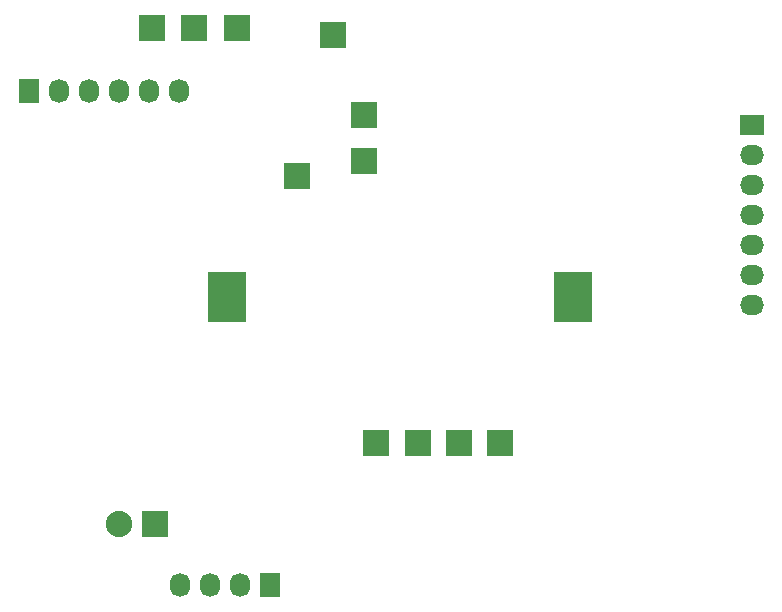
<source format=gbs>
G04 #@! TF.FileFunction,Soldermask,Bot*
%FSLAX46Y46*%
G04 Gerber Fmt 4.6, Leading zero omitted, Abs format (unit mm)*
G04 Created by KiCad (PCBNEW (2015-04-17 BZR 5609)-product) date Wednesday, 23 September 2015 11:50:23 am*
%MOMM*%
G01*
G04 APERTURE LIST*
%ADD10C,0.100000*%
%ADD11C,2.235200*%
%ADD12R,1.727200X2.032000*%
%ADD13O,1.727200X2.032000*%
%ADD14R,2.235200X2.235200*%
%ADD15R,2.032000X1.727200*%
%ADD16O,2.032000X1.727200*%
%ADD17R,3.200000X4.200000*%
G04 APERTURE END LIST*
D10*
D11*
X138226800Y-126187200D03*
D12*
X130606800Y-89509600D03*
D13*
X133146800Y-89509600D03*
X135686800Y-89509600D03*
X138226800Y-89509600D03*
X140766800Y-89509600D03*
X143306800Y-89509600D03*
D14*
X160020000Y-119329200D03*
X163525200Y-119329200D03*
X167030400Y-119329200D03*
X170535600Y-119329200D03*
X159000000Y-91600000D03*
X156400000Y-84800000D03*
X148200000Y-84200000D03*
X144600000Y-84200000D03*
X141000000Y-84200000D03*
X159004000Y-95504000D03*
D12*
X151000000Y-131400000D03*
D13*
X148460000Y-131400000D03*
X145920000Y-131400000D03*
X143380000Y-131400000D03*
D14*
X141274800Y-126187200D03*
D15*
X191800000Y-92400000D03*
D16*
X191800000Y-94940000D03*
X191800000Y-97480000D03*
X191800000Y-100020000D03*
X191800000Y-102560000D03*
X191800000Y-105100000D03*
X191800000Y-107640000D03*
D14*
X153314400Y-96774000D03*
D17*
X147381200Y-106984800D03*
X176651200Y-106984800D03*
M02*

</source>
